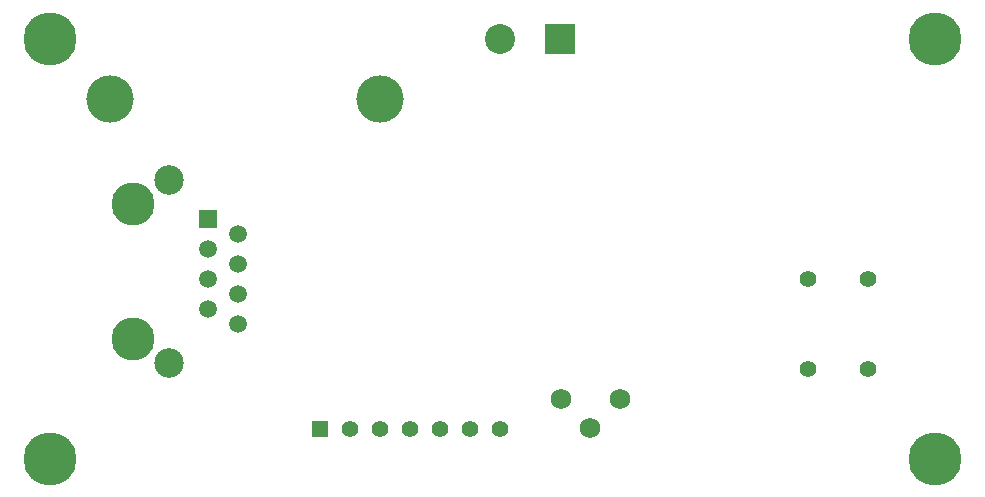
<source format=gbs>
G04 (created by PCBNEW (2013-may-18)-stable) date Wed 22 Oct 2014 04:48:08 PM CEST*
%MOIN*%
G04 Gerber Fmt 3.4, Leading zero omitted, Abs format*
%FSLAX34Y34*%
G01*
G70*
G90*
G04 APERTURE LIST*
%ADD10C,0.00590551*%
%ADD11C,0.0689*%
%ADD12C,0.055*%
%ADD13C,0.1437*%
%ADD14R,0.0591X0.0591*%
%ADD15C,0.0591*%
%ADD16C,0.0984252*%
%ADD17R,0.1X0.1*%
%ADD18C,0.1*%
%ADD19R,0.055X0.055*%
%ADD20C,0.177165*%
%ADD21C,0.1575*%
G04 APERTURE END LIST*
G54D10*
G54D11*
X67234Y-31008D03*
X66250Y-31992D03*
X65266Y-31008D03*
G54D12*
X73500Y-27000D03*
X75500Y-27000D03*
X73500Y-30000D03*
X75500Y-30000D03*
G54D13*
X51000Y-29000D03*
X51000Y-24500D03*
G54D14*
X53500Y-25000D03*
G54D15*
X54500Y-25500D03*
X53500Y-26000D03*
X54500Y-26500D03*
X53500Y-27000D03*
X54500Y-27500D03*
X53500Y-28000D03*
X54500Y-28500D03*
G54D16*
X52200Y-23700D03*
X52200Y-29800D03*
G54D17*
X65250Y-19000D03*
G54D18*
X63250Y-19000D03*
G54D19*
X57250Y-32000D03*
G54D12*
X58250Y-32000D03*
X59250Y-32000D03*
X60250Y-32000D03*
X61250Y-32000D03*
X62250Y-32000D03*
X63250Y-32000D03*
G54D20*
X48250Y-19000D03*
X77750Y-19000D03*
X77750Y-33000D03*
X48250Y-33000D03*
G54D21*
X50250Y-21000D03*
X59250Y-21000D03*
M02*

</source>
